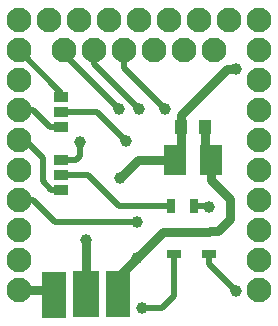
<source format=gbr>
G04 #@! TF.FileFunction,Copper,L2,Bot,Signal*
%FSLAX46Y46*%
G04 Gerber Fmt 4.6, Leading zero omitted, Abs format (unit mm)*
G04 Created by KiCad (PCBNEW 4.0.5) date 04/10/19 11:23:20*
%MOMM*%
%LPD*%
G01*
G04 APERTURE LIST*
%ADD10C,0.100000*%
%ADD11R,1.270000X0.970000*%
%ADD12R,1.950000X2.500000*%
%ADD13R,1.000000X1.250000*%
%ADD14C,2.100000*%
%ADD15R,0.700000X1.300000*%
%ADD16R,1.300000X0.700000*%
%ADD17R,2.290000X4.000000*%
%ADD18R,2.000000X4.000000*%
%ADD19C,1.000000*%
%ADD20C,0.500000*%
%ADD21C,0.750000*%
G04 APERTURE END LIST*
D10*
D11*
X144841000Y-71765000D03*
X144841000Y-73035000D03*
X144841000Y-74305000D03*
D12*
X154496000Y-77115000D03*
X157546000Y-77115000D03*
D13*
X154961000Y-74325000D03*
X156961000Y-74325000D03*
D11*
X144841000Y-77125000D03*
X144841000Y-78395000D03*
X144841000Y-79665000D03*
D14*
X157761000Y-67845000D03*
X155221000Y-67845000D03*
X152681000Y-67845000D03*
X150141000Y-67845000D03*
X147601000Y-67845000D03*
X145061000Y-67845000D03*
D15*
X156031000Y-81055000D03*
X154131000Y-81055000D03*
D16*
X157351000Y-83215000D03*
X157351000Y-85115000D03*
X154351000Y-83215000D03*
X154351000Y-85115000D03*
D14*
X161571000Y-67845000D03*
X161571000Y-70385000D03*
X161571000Y-72925000D03*
X161571000Y-75465000D03*
X161571000Y-78005000D03*
X161571000Y-80545000D03*
X161571000Y-83085000D03*
X161571000Y-85625000D03*
X161571000Y-88165000D03*
X161571000Y-65305000D03*
X159031000Y-65305000D03*
X156491000Y-65305000D03*
X153951000Y-65305000D03*
X151411000Y-65305000D03*
X148871000Y-65305000D03*
X146331000Y-65305000D03*
X143791000Y-65305000D03*
X141251000Y-65305000D03*
X141251000Y-67845000D03*
X141251000Y-70385000D03*
X141251000Y-72925000D03*
X141251000Y-75465000D03*
X141251000Y-78005000D03*
X141251000Y-80545000D03*
X141251000Y-83085000D03*
X141251000Y-85625000D03*
X141251000Y-88165000D03*
D17*
X146931000Y-88515000D03*
D18*
X149631000Y-88515000D03*
X144231000Y-88535000D03*
D19*
X151221000Y-82355000D03*
X151251000Y-85415000D03*
X150341000Y-75555000D03*
X146931000Y-83895000D03*
X159601000Y-69415000D03*
X149811000Y-78635000D03*
X159621000Y-88235000D03*
X151621000Y-89635000D03*
X153601000Y-72805000D03*
X151421000Y-72805000D03*
X149681000Y-72805000D03*
X157301000Y-81135000D03*
X146431000Y-75605000D03*
D20*
X144841000Y-74305000D02*
X143831000Y-74305000D01*
X142449400Y-72923400D02*
X141249400Y-72923400D01*
X143831000Y-74305000D02*
X142449400Y-72923400D01*
X141249400Y-75463400D02*
X141719400Y-75463400D01*
X141719400Y-75463400D02*
X143261000Y-77005000D01*
X143261000Y-77005000D02*
X143261000Y-78955000D01*
X143261000Y-78955000D02*
X143971000Y-79665000D01*
X143971000Y-79665000D02*
X144841000Y-79665000D01*
X144841000Y-71765000D02*
X144841000Y-71435000D01*
X144841000Y-71435000D02*
X141249400Y-67843400D01*
X141251000Y-80545000D02*
X142461000Y-80545000D01*
X144271000Y-82355000D02*
X151221000Y-82355000D01*
X142461000Y-80545000D02*
X144271000Y-82355000D01*
D21*
X141251000Y-88165000D02*
X143861000Y-88165000D01*
X143861000Y-88165000D02*
X144231000Y-88535000D01*
X153451000Y-83215000D02*
X157351000Y-83215000D01*
X149631000Y-87035000D02*
X151251000Y-85415000D01*
X151251000Y-85415000D02*
X153451000Y-83215000D01*
X149631000Y-88515000D02*
X149631000Y-87035000D01*
X157351000Y-83215000D02*
X157421000Y-83145000D01*
X157421000Y-83145000D02*
X158111000Y-83145000D01*
X158111000Y-83145000D02*
X159151000Y-82105000D01*
X159151000Y-82105000D02*
X159151000Y-80415000D01*
X159151000Y-80415000D02*
X157546000Y-78810000D01*
X157546000Y-78810000D02*
X157546000Y-77115000D01*
X157546000Y-77115000D02*
X156961000Y-76530000D01*
X156961000Y-76530000D02*
X156961000Y-74325000D01*
D20*
X157351000Y-83215000D02*
X154351000Y-83215000D01*
X154351000Y-83215000D02*
X154211000Y-83355000D01*
X149631000Y-88515000D02*
X149631000Y-86795000D01*
X144841000Y-73035000D02*
X147821000Y-73035000D01*
X147821000Y-73035000D02*
X150341000Y-75555000D01*
D21*
X146931000Y-88515000D02*
X146931000Y-83895000D01*
X154496000Y-77115000D02*
X154961000Y-76650000D01*
X154961000Y-76650000D02*
X154961000Y-74325000D01*
X154961000Y-74325000D02*
X154951000Y-74315000D01*
X154951000Y-74315000D02*
X154951000Y-73305000D01*
X154951000Y-73305000D02*
X158841000Y-69415000D01*
X158841000Y-69415000D02*
X159601000Y-69415000D01*
X151331000Y-77115000D02*
X154496000Y-77115000D01*
X149811000Y-78635000D02*
X151331000Y-77115000D01*
D20*
X157351000Y-85115000D02*
X157351000Y-85965000D01*
X157351000Y-85965000D02*
X159621000Y-88235000D01*
X151621000Y-89635000D02*
X153371000Y-89635000D01*
X154351000Y-88655000D02*
X154351000Y-85115000D01*
X153371000Y-89635000D02*
X154351000Y-88655000D01*
X144841000Y-78395000D02*
X147091000Y-78395000D01*
X149751000Y-81055000D02*
X154131000Y-81055000D01*
X147091000Y-78395000D02*
X149751000Y-81055000D01*
X150141000Y-69345000D02*
X150141000Y-67845000D01*
X153601000Y-72805000D02*
X150141000Y-69345000D01*
X147601000Y-68985000D02*
X147601000Y-67845000D01*
X151421000Y-72805000D02*
X147601000Y-68985000D01*
X149681000Y-72805000D02*
X145061000Y-68185000D01*
X145061000Y-68185000D02*
X145061000Y-67845000D01*
X156031000Y-81055000D02*
X157221000Y-81055000D01*
X157221000Y-81055000D02*
X157301000Y-81135000D01*
X146111000Y-77125000D02*
X144841000Y-77125000D01*
X146431000Y-76805000D02*
X146111000Y-77125000D01*
X146431000Y-75605000D02*
X146431000Y-76805000D01*
M02*

</source>
